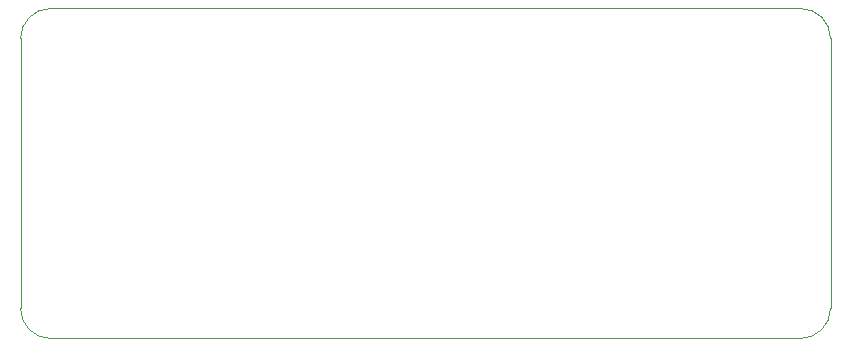
<source format=gbr>
G04 #@! TF.GenerationSoftware,KiCad,Pcbnew,(5.1.4)-1*
G04 #@! TF.CreationDate,2019-10-30T18:57:56+00:00*
G04 #@! TF.ProjectId,timer-board,74696d65-722d-4626-9f61-72642e6b6963,rev?*
G04 #@! TF.SameCoordinates,Original*
G04 #@! TF.FileFunction,Profile,NP*
%FSLAX46Y46*%
G04 Gerber Fmt 4.6, Leading zero omitted, Abs format (unit mm)*
G04 Created by KiCad (PCBNEW (5.1.4)-1) date 2019-10-30 18:57:56*
%MOMM*%
%LPD*%
G04 APERTURE LIST*
%ADD10C,0.050000*%
G04 APERTURE END LIST*
D10*
X373380000Y-127000000D02*
G75*
G02X370840000Y-129540000I-2540000J0D01*
G01*
X307340000Y-129540000D02*
G75*
G02X304800000Y-127000000I0J2540000D01*
G01*
X304800000Y-104140000D02*
G75*
G02X307340000Y-101600000I2540000J0D01*
G01*
X370840000Y-101600000D02*
G75*
G02X373380000Y-104140000I0J-2540000D01*
G01*
X304800000Y-127000000D02*
X304800000Y-104140000D01*
X370840000Y-129540000D02*
X307340000Y-129540000D01*
X373380000Y-104140000D02*
X373380000Y-127000000D01*
X307340000Y-101600000D02*
X370840000Y-101600000D01*
M02*

</source>
